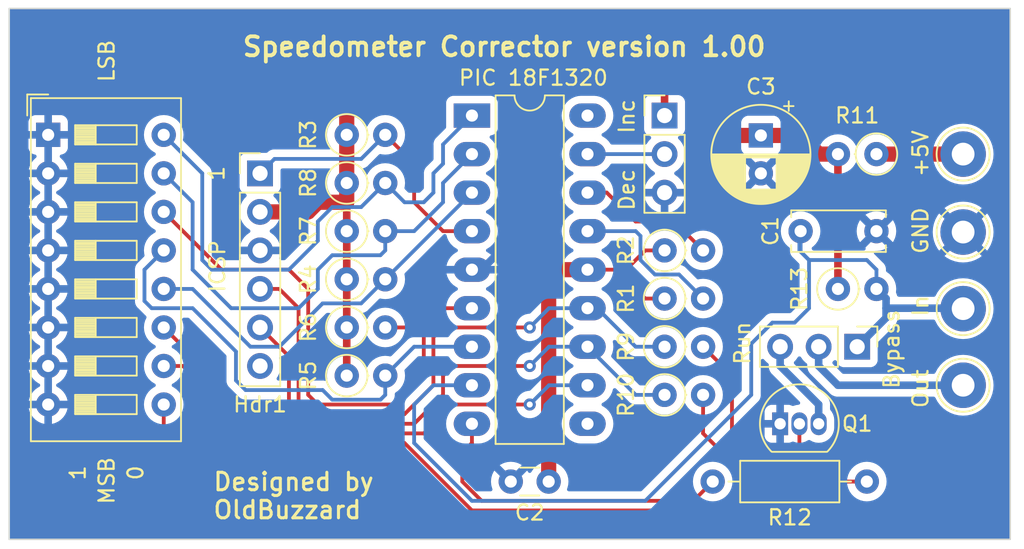
<source format=kicad_pcb>
(kicad_pcb (version 20221018) (generator pcbnew)
  (title_block (title "Speedometer Corrector") (date "2025-07-31") (rev "1.00") (comment 1 "Copyright 2025 Dale A. Keller (OldBuzzard), Licensed under CERN-OHL-S version 2.") (comment 2 "Digital speedometer corrector, originally for Jeep Wrangler TJ (1997-2006)."))
  (layers (0 "F.Cu" signal) (31 "B.Cu" signal) (34 "B.Paste" user) (35 "F.Paste" user) (36 "B.SilkS" user "B.Silkscreen") (37 "F.SilkS" user "F.Silkscreen") (38 "B.Mask" user) (39 "F.Mask" user) (44 "Edge.Cuts" user))
  (net 0 "")
  (net 1 "Net-(Hdr2-Pin_1)")
  (net 2 "GND")
  (net 3 "+5V")
  (net 4 "Net-(Hdr1-Pin_1)")
  (net 5 "Net-(Hdr1-Pin_4)")
  (net 6 "Net-(Hdr1-Pin_5)")
  (net 8 "Net-(Hdr2-Pin_2)")
  (net 9 "Net-(Hdr2-Pin_3)")
  (net 10 "Net-(Hdr3-Pin_2)")
  (net 11 "Net-(Q1-B)")
  (net 12 "Net-(U1-OSC2{slash}RA6)")
  (net 13 "Net-(U1-OSC1{slash}RA7)")
  (net 14 "Net-(U1-RA4)")
  (net 15 "Net-(U1-RA3)")
  (net 16 "Net-(U1-RA2)")
  (net 17 "Net-(U1-RA1)")
  (net 18 "Net-(U1-RA0)")
  (net 19 "Net-(R9-Pad2)")
  (net 20 "Net-(R10-Pad2)")
  (net 21 "Net-(R11-Pad1)")
  (net 22 "Net-(U1-RB1)")
  (net 23 "Net-(U1-RB5)")
  (footprint "Resistor_THT:R_Axial_DIN0207_L6.3mm_D2.5mm_P2.54mm_Vertical" (layer "F.Cu") (at 93.345 98.425)
    (fp_text reference "R5" (at -2.54 0 90) (layer "F.SilkS"))
    (fp_text value "10K")
    (pad "1" thru_hole circle (at 0 0) (size 1.6 1.6) (drill 0.8) (layers "*.Cu" "*.Mask") (net 3 "+5V"))
    (pad "2" thru_hole oval (at 2.54 0) (size 1.6 1.6) (drill 0.8) (layers "*.Cu" "*.Mask") (net 15 "Net-(U1-RA3)"))
  )
  (footprint "Connector_PinHeader_2.54mm:PinHeader_1x03_P2.54mm_Vertical" (layer "F.Cu") (at 114.3 81.28)
    (fp_text reference "Hdr3" hide)
    (fp_text value "Jumper" hide)
    (pad "1" thru_hole rect (at 0 0) (size 1.7 1.7) (drill 1) (layers "*.Cu" "*.Mask") (net 3 "+5V"))
    (pad "2" thru_hole oval (at 0 2.54) (size 1.7 1.7) (drill 1) (layers "*.Cu" "*.Mask") (net 10 "Net-(Hdr3-Pin_2)"))
    (pad "3" thru_hole oval (at 0 5.08) (size 1.7 1.7) (drill 1) (layers "*.Cu" "*.Mask") (net 2 "GND"))
  )
  (footprint "Capacitor_THT:CP_Radial_D6.3mm_P2.50mm" (layer "F.Cu") (at 120.65 82.59 -90)
    (fp_text reference "C3" (at -3.215 0 -180) (layer "F.SilkS"))
    (fp_text value "22uF")
    (pad "1" thru_hole rect (at 0 0 270) (size 1.6 1.6) (drill 0.8) (layers "*.Cu" "*.Mask") (net 3 "+5V"))
    (pad "2" thru_hole circle (at 2.5 0 270) (size 1.6 1.6) (drill 0.8) (layers "*.Cu" "*.Mask") (net 2 "GND"))
  )
  (footprint "Connector_PinHeader_2.54mm:PinHeader_1x06_P2.54mm_Vertical" (layer "F.Cu") (at 87.63 85.09)
    (fp_text reference "Hdr1" (at 0 15.24 180) (layer "F.SilkS"))
    (fp_text value "ICSP" hide)
    (pad "1" thru_hole rect (at 0 0) (size 1.7 1.7) (drill 1) (layers "*.Cu" "*.Mask") (net 4 "Net-(Hdr1-Pin_1)"))
    (pad "2" thru_hole oval (at 0 2.54) (size 1.7 1.7) (drill 1) (layers "*.Cu" "*.Mask") (net 3 "+5V"))
    (pad "3" thru_hole oval (at 0 5.08) (size 1.7 1.7) (drill 1) (layers "*.Cu" "*.Mask") (net 2 "GND"))
    (pad "4" thru_hole oval (at 0 7.62) (size 1.7 1.7) (drill 1) (layers "*.Cu" "*.Mask") (net 5 "Net-(Hdr1-Pin_4)"))
    (pad "5" thru_hole oval (at 0 10.16) (size 1.7 1.7) (drill 1) (layers "*.Cu" "*.Mask") (net 6 "Net-(Hdr1-Pin_5)"))
    (pad "6" thru_hole oval (at 0 12.7) (size 1.7 1.7) (drill 1) (layers "*.Cu" "*.Mask"))
  )
  (footprint "Capacitor_THT:C_Disc_D6.0mm_W2.5mm_P5.00mm" (layer "F.Cu") (at 123.27 88.9)
    (fp_text reference "C1" (at -1.985 0 90) (layer "F.SilkS"))
    (fp_text value "0.01uF")
    (pad "1" thru_hole circle (at 0 0) (size 1.6 1.6) (drill 0.8) (layers "*.Cu" "*.Mask") (net 1 "Net-(Hdr2-Pin_1)"))
    (pad "2" thru_hole circle (at 5 0) (size 1.6 1.6) (drill 0.8) (layers "*.Cu" "*.Mask") (net 2 "GND"))
  )
  (footprint "Resistor_THT:R_Axial_DIN0207_L6.3mm_D2.5mm_P2.54mm_Vertical" (layer "F.Cu") (at 114.3 93.345)
    (fp_text reference "R1" (at -2.54 0 90) (layer "F.SilkS"))
    (fp_text value "10K")
    (pad "1" thru_hole circle (at 0 0) (size 1.6 1.6) (drill 0.8) (layers "*.Cu" "*.Mask") (net 3 "+5V"))
    (pad "2" thru_hole oval (at 2.54 0) (size 1.6 1.6) (drill 0.8) (layers "*.Cu" "*.Mask") (net 12 "Net-(U1-OSC2{slash}RA6)"))
  )
  (footprint "TestPoint:TestPoint_THTPad_D3.0mm_Drill1.5mm" (layer "F.Cu") (at 133.985 88.96)
    (fp_text reference "TP2" hide)
    (fp_text value "Sensor ground" hide)
    (pad "1" thru_hole circle (at 0 0) (size 3 3) (drill 1.5) (layers "*.Cu" "*.Mask") (net 2 "GND"))
  )
  (footprint "Capacitor_THT:C_Disc_D3.0mm_W1.6mm_P2.50mm" (layer "F.Cu") (at 106.66 105.41 180)
    (fp_text reference "C2" (at 1.25 -2.05 180) (layer "F.SilkS"))
    (fp_text value "0.1uF")
    (pad "1" thru_hole circle (at 0 0 180) (size 1.6 1.6) (drill 0.8) (layers "*.Cu" "*.Mask") (net 3 "+5V"))
    (pad "2" thru_hole circle (at 2.5 0 180) (size 1.6 1.6) (drill 0.8) (layers "*.Cu" "*.Mask") (net 2 "GND"))
  )
  (footprint "Resistor_THT:R_Axial_DIN0207_L6.3mm_D2.5mm_P2.54mm_Vertical" (layer "F.Cu") (at 93.345 82.55)
    (fp_text reference "R3" (at -2.54 0 90) (layer "F.SilkS"))
    (fp_text value "10K")
    (pad "1" thru_hole circle (at 0 0) (size 1.6 1.6) (drill 0.8) (layers "*.Cu" "*.Mask") (net 3 "+5V"))
    (pad "2" thru_hole oval (at 2.54 0) (size 1.6 1.6) (drill 0.8) (layers "*.Cu" "*.Mask") (net 4 "Net-(Hdr1-Pin_1)"))
  )
  (footprint "Button_Switch_THT:SW_DIP_SPSTx08_Slide_9.78x22.5mm_W7.62mm_P2.54mm" (layer "F.Cu") (at 73.66 82.55)
    (fp_text reference "SW1" hide)
    (fp_text value "SW_DIP_x08" hide)
    (pad "1" thru_hole rect (at 0 0) (size 1.6 1.6) (drill 0.8) (layers "*.Cu" "*.Mask") (net 2 "GND"))
    (pad "2" thru_hole oval (at 0 2.54) (size 1.6 1.6) (drill 0.8) (layers "*.Cu" "*.Mask") (net 2 "GND"))
    (pad "3" thru_hole oval (at 0 5.08) (size 1.6 1.6) (drill 0.8) (layers "*.Cu" "*.Mask") (net 2 "GND"))
    (pad "4" thru_hole oval (at 0 7.62) (size 1.6 1.6) (drill 0.8) (layers "*.Cu" "*.Mask") (net 2 "GND"))
    (pad "5" thru_hole oval (at 0 10.16) (size 1.6 1.6) (drill 0.8) (layers "*.Cu" "*.Mask") (net 2 "GND"))
    (pad "6" thru_hole oval (at 0 12.7) (size 1.6 1.6) (drill 0.8) (layers "*.Cu" "*.Mask") (net 2 "GND"))
    (pad "7" thru_hole oval (at 0 15.24) (size 1.6 1.6) (drill 0.8) (layers "*.Cu" "*.Mask") (net 2 "GND"))
    (pad "8" thru_hole oval (at 0 17.78) (size 1.6 1.6) (drill 0.8) (layers "*.Cu" "*.Mask") (net 2 "GND"))
    (pad "9" thru_hole oval (at 7.62 17.78) (size 1.6 1.6) (drill 0.8) (layers "*.Cu" "*.Mask") (net 19 "Net-(R9-Pad2)"))
    (pad "10" thru_hole oval (at 7.62 15.24) (size 1.6 1.6) (drill 0.8) (layers "*.Cu" "*.Mask") (net 20 "Net-(R10-Pad2)"))
    (pad "11" thru_hole oval (at 7.62 12.7) (size 1.6 1.6) (drill 0.8) (layers "*.Cu" "*.Mask") (net 23 "Net-(U1-RB5)"))
    (pad "12" thru_hole oval (at 7.62 10.16) (size 1.6 1.6) (drill 0.8) (layers "*.Cu" "*.Mask") (net 14 "Net-(U1-RA4)"))
    (pad "13" thru_hole oval (at 7.62 7.62) (size 1.6 1.6) (drill 0.8) (layers "*.Cu" "*.Mask") (net 15 "Net-(U1-RA3)"))
    (pad "14" thru_hole oval (at 7.62 5.08) (size 1.6 1.6) (drill 0.8) (layers "*.Cu" "*.Mask") (net 16 "Net-(U1-RA2)"))
    (pad "15" thru_hole oval (at 7.62 2.54) (size 1.6 1.6) (drill 0.8) (layers "*.Cu" "*.Mask") (net 17 "Net-(U1-RA1)"))
    (pad "16" thru_hole oval (at 7.62 0) (size 1.6 1.6) (drill 0.8) (layers "*.Cu" "*.Mask") (net 18 "Net-(U1-RA0)"))
  )
  (footprint "Resistor_THT:R_Axial_DIN0207_L6.3mm_D2.5mm_P2.54mm_Vertical" (layer "F.Cu") (at 114.3 96.52)
    (fp_text reference "R9" (at -2.54 0 90) (layer "F.SilkS"))
    (fp_text value "1K")
    (pad "1" thru_hole circle (at 0 0) (size 1.6 1.6) (drill 0.8) (layers "*.Cu" "*.Mask") (net 5 "Net-(Hdr1-Pin_4)"))
    (pad "2" thru_hole oval (at 2.54 0) (size 1.6 1.6) (drill 0.8) (layers "*.Cu" "*.Mask") (net 19 "Net-(R9-Pad2)"))
  )
  (footprint "Resistor_THT:R_Axial_DIN0207_L6.3mm_D2.5mm_P2.54mm_Vertical" (layer "F.Cu") (at 125.73 92.71)
    (fp_text reference "R13" (at -2.54 0 90) (layer "F.SilkS"))
    (fp_text value "1K")
    (pad "1" thru_hole circle (at 0 0) (size 1.6 1.6) (drill 0.8) (layers "*.Cu" "*.Mask") (net 3 "+5V"))
    (pad "2" thru_hole oval (at 2.54 0) (size 1.6 1.6) (drill 0.8) (layers "*.Cu" "*.Mask") (net 1 "Net-(Hdr2-Pin_1)"))
  )
  (footprint "Resistor_THT:R_Axial_DIN0207_L6.3mm_D2.5mm_P2.54mm_Vertical" (layer "F.Cu") (at 93.345 92.075)
    (fp_text reference "R4" (at -2.54 0 90) (layer "F.SilkS"))
    (fp_text value "10K")
    (pad "1" thru_hole circle (at 0 0) (size 1.6 1.6) (drill 0.8) (layers "*.Cu" "*.Mask") (net 3 "+5V"))
    (pad "2" thru_hole oval (at 2.54 0) (size 1.6 1.6) (drill 0.8) (layers "*.Cu" "*.Mask") (net 14 "Net-(U1-RA4)"))
  )
  (footprint "Resistor_THT:R_Axial_DIN0207_L6.3mm_D2.5mm_P2.54mm_Vertical" (layer "F.Cu") (at 93.345 95.25)
    (fp_text reference "R6" (at -2.54 0 90) (layer "F.SilkS"))
    (fp_text value "10K")
    (pad "1" thru_hole circle (at 0 0) (size 1.6 1.6) (drill 0.8) (layers "*.Cu" "*.Mask") (net 3 "+5V"))
    (pad "2" thru_hole oval (at 2.54 0) (size 1.6 1.6) (drill 0.8) (layers "*.Cu" "*.Mask") (net 16 "Net-(U1-RA2)"))
  )
  (footprint "Resistor_THT:R_Axial_DIN0207_L6.3mm_D2.5mm_P2.54mm_Vertical" (layer "F.Cu") (at 93.345 88.9)
    (fp_text reference "R7" (at -2.54 0 90) (layer "F.SilkS"))
    (fp_text value "10K")
    (pad "1" thru_hole circle (at 0 0) (size 1.6 1.6) (drill 0.8) (layers "*.Cu" "*.Mask") (net 3 "+5V"))
    (pad "2" thru_hole oval (at 2.54 0) (size 1.6 1.6) (drill 0.8) (layers "*.Cu" "*.Mask") (net 17 "Net-(U1-RA1)"))
  )
  (footprint "Resistor_THT:R_Axial_DIN0207_L6.3mm_D2.5mm_P2.54mm_Vertical" (layer "F.Cu") (at 114.3 99.695)
    (fp_text reference "R10" (at -2.54 0 90) (layer "F.SilkS"))
    (fp_text value "1K")
    (pad "1" thru_hole circle (at 0 0) (size 1.6 1.6) (drill 0.8) (layers "*.Cu" "*.Mask") (net 6 "Net-(Hdr1-Pin_5)"))
    (pad "2" thru_hole oval (at 2.54 0) (size 1.6 1.6) (drill 0.8) (layers "*.Cu" "*.Mask") (net 20 "Net-(R10-Pad2)"))
  )
  (footprint "Resistor_THT:R_Axial_DIN0207_L6.3mm_D2.5mm_P2.54mm_Vertical" (layer "F.Cu") (at 128.27 83.82 180)
    (fp_text reference "R11" (at 1.27 2.54) (layer "F.SilkS"))
    (fp_text value "10")
    (pad "1" thru_hole circle (at 0 0 180) (size 1.6 1.6) (drill 0.8) (layers "*.Cu" "*.Mask") (net 21 "Net-(R11-Pad1)"))
    (pad "2" thru_hole oval (at 2.54 0 180) (size 1.6 1.6) (drill 0.8) (layers "*.Cu" "*.Mask") (net 3 "+5V"))
  )
  (footprint "TestPoint:TestPoint_THTPad_D3.0mm_Drill1.5mm" (layer "F.Cu") (at 133.985 99.06)
    (fp_text reference "TP4" hide)
    (fp_text value "To PCM" hide)
    (pad "1" thru_hole circle (at 0 0) (size 3 3) (drill 1.5) (layers "*.Cu" "*.Mask") (net 8 "Net-(Hdr2-Pin_2)"))
  )
  (footprint "Resistor_THT:R_Axial_DIN0207_L6.3mm_D2.5mm_P2.54mm_Vertical" (layer "F.Cu") (at 114.3 90.17)
    (fp_text reference "R2" (at -2.54 0 90) (layer "F.SilkS"))
    (fp_text value "10K")
    (pad "1" thru_hole circle (at 0 0) (size 1.6 1.6) (drill 0.8) (layers "*.Cu" "*.Mask") (net 3 "+5V"))
    (pad "2" thru_hole oval (at 2.54 0) (size 1.6 1.6) (drill 0.8) (layers "*.Cu" "*.Mask") (net 13 "Net-(U1-OSC1{slash}RA7)"))
  )
  (footprint "TestPoint:TestPoint_THTPad_D3.0mm_Drill1.5mm" (layer "F.Cu") (at 133.985 94.01)
    (fp_text reference "TP3" hide)
    (fp_text value "From Vehicle Speed Sensor" hide)
    (pad "1" thru_hole circle (at 0 0) (size 3 3) (drill 1.5) (layers "*.Cu" "*.Mask") (net 1 "Net-(Hdr2-Pin_1)"))
  )
  (footprint "Package_DIP:DIP-18_W7.62mm_LongPads" (layer "F.Cu") (at 101.6 81.28)
    (fp_text reference "U1" hide)
    (fp_text value "~" hide)
    (pad "1" thru_hole rect (at 0 0) (size 2.4 1.6) (drill 0.8) (layers "*.Cu" "*.Mask") (net 18 "Net-(U1-RA0)"))
    (pad "2" thru_hole oval (at 0 2.54) (size 2.4 1.6) (drill 0.8) (layers "*.Cu" "*.Mask") (net 17 "Net-(U1-RA1)"))
    (pad "3" thru_hole oval (at 0 5.08) (size 2.4 1.6) (drill 0.8) (layers "*.Cu" "*.Mask") (net 14 "Net-(U1-RA4)"))
    (pad "4" thru_hole oval (at 0 7.62) (size 2.4 1.6) (drill 0.8) (layers "*.Cu" "*.Mask") (net 4 "Net-(Hdr1-Pin_1)"))
    (pad "5" thru_hole oval (at 0 10.16) (size 2.4 1.6) (drill 0.8) (layers "*.Cu" "*.Mask") (net 2 "GND"))
    (pad "6" thru_hole oval (at 0 12.7) (size 2.4 1.6) (drill 0.8) (layers "*.Cu" "*.Mask") (net 16 "Net-(U1-RA2)"))
    (pad "7" thru_hole oval (at 0 15.24) (size 2.4 1.6) (drill 0.8) (layers "*.Cu" "*.Mask") (net 15 "Net-(U1-RA3)"))
    (pad "8" thru_hole oval (at 0 17.78) (size 2.4 1.6) (drill 0.8) (layers "*.Cu" "*.Mask") (net 1 "Net-(Hdr2-Pin_1)"))
    (pad "9" thru_hole oval (at 0 20.32) (size 2.4 1.6) (drill 0.8) (layers "*.Cu" "*.Mask") (net 22 "Net-(U1-RB1)"))
    (pad "10" thru_hole oval (at 7.62 20.32) (size 2.4 1.6) (drill 0.8) (layers "*.Cu" "*.Mask"))
    (pad "11" thru_hole oval (at 7.62 17.78) (size 2.4 1.6) (drill 0.8) (layers "*.Cu" "*.Mask") (net 23 "Net-(U1-RB5)"))
    (pad "12" thru_hole oval (at 7.62 15.24) (size 2.4 1.6) (drill 0.8) (layers "*.Cu" "*.Mask") (net 6 "Net-(Hdr1-Pin_5)"))
    (pad "13" thru_hole oval (at 7.62 12.7) (size 2.4 1.6) (drill 0.8) (layers "*.Cu" "*.Mask") (net 5 "Net-(Hdr1-Pin_4)"))
    (pad "14" thru_hole oval (at 7.62 10.16) (size 2.4 1.6) (drill 0.8) (layers "*.Cu" "*.Mask") (net 3 "+5V"))
    (pad "15" thru_hole oval (at 7.62 7.62) (size 2.4 1.6) (drill 0.8) (layers "*.Cu" "*.Mask") (net 12 "Net-(U1-OSC2{slash}RA6)"))
    (pad "16" thru_hole oval (at 7.62 5.08) (size 2.4 1.6) (drill 0.8) (layers "*.Cu" "*.Mask") (net 13 "Net-(U1-OSC1{slash}RA7)"))
    (pad "17" thru_hole oval (at 7.62 2.54) (size 2.4 1.6) (drill 0.8) (layers "*.Cu" "*.Mask") (net 10 "Net-(Hdr3-Pin_2)"))
    (pad "18" thru_hole oval (at 7.62 0) (size 2.4 1.6) (drill 0.8) (layers "*.Cu" "*.Mask"))
  )
  (footprint "Resistor_THT:R_Axial_DIN0207_L6.3mm_D2.5mm_P2.54mm_Vertical" (layer "F.Cu") (at 93.345 85.725)
    (fp_text reference "R8" (at -2.54 0 90) (layer "F.SilkS"))
    (fp_text value "10K")
    (pad "1" thru_hole circle (at 0 0) (size 1.6 1.6) (drill 0.8) (layers "*.Cu" "*.Mask") (net 3 "+5V"))
    (pad "2" thru_hole oval (at 2.54 0) (size 1.6 1.6) (drill 0.8) (layers "*.Cu" "*.Mask") (net 18 "Net-(U1-RA0)"))
  )
  (footprint "TestPoint:TestPoint_THTPad_D3.0mm_Drill1.5mm" (layer "F.Cu") (at 133.985 83.82)
    (fp_text reference "TP1" hide)
    (fp_text value "+5V from vehicle" hide)
    (pad "1" thru_hole circle (at 0 0) (size 3 3) (drill 1.5) (layers "*.Cu" "*.Mask") (net 21 "Net-(R11-Pad1)"))
  )
  (footprint "Resistor_THT:R_Axial_DIN0207_L6.3mm_D2.5mm_P10.16mm_Horizontal" (layer "F.Cu") (at 127.635 105.41 180)
    (fp_text reference "R12" (at 5.08 -2.37 180) (layer "F.SilkS"))
    (fp_text value "4.7K")
    (pad "1" thru_hole circle (at 0 0 180) (size 1.6 1.6) (drill 0.8) (layers "*.Cu" "*.Mask") (net 11 "Net-(Q1-B)"))
    (pad "2" thru_hole oval (at 10.16 0 180) (size 1.6 1.6) (drill 0.8) (layers "*.Cu" "*.Mask") (net 22 "Net-(U1-RB1)"))
  )
  (footprint "Package_TO_SOT_THT:TO-92_Inline" (layer "F.Cu") (at 121.92 101.6)
    (fp_text reference "Q1" (at 5.08 0) (layer "F.SilkS"))
    (fp_text value "PN2222A")
    (pad "1" thru_hole rect (at 0 0) (size 1.05 1.5) (drill 0.75) (layers "*.Cu" "*.Mask") (net 2 "GND"))
    (pad "2" thru_hole oval (at 1.27 0) (size 1.05 1.5) (drill 0.75) (layers "*.Cu" "*.Mask") (net 11 "Net-(Q1-B)"))
    (pad "3" thru_hole oval (at 2.54 0) (size 1.05 1.5) (drill 0.75) (layers "*.Cu" "*.Mask") (net 9 "Net-(Hdr2-Pin_3)"))
  )
  (footprint "Connector_PinHeader_2.54mm:PinHeader_1x03_P2.54mm_Vertical" (layer "F.Cu") (at 127 96.52 -90)
    (fp_text reference "Hdr2" hide)
    (fp_text value "Jumper" hide)
    (pad "1" thru_hole rect (at 0 0 270) (size 1.7 1.7) (drill 1) (layers "*.Cu" "*.Mask") (net 1 "Net-(Hdr2-Pin_1)"))
    (pad "2" thru_hole oval (at 0 2.54 270) (size 1.7 1.7) (drill 1) (layers "*.Cu" "*.Mask") (net 8 "Net-(Hdr2-Pin_2)"))
    (pad "3" thru_hole oval (at 0 5.08 270) (size 1.7 1.7) (drill 1) (layers "*.Cu" "*.Mask") (net 9 "Net-(Hdr2-Pin_3)"))
  )
  (gr_rect (start 71.09 74.22) (end 137.09 109.22) (stroke (width 0.1)) (fill none) (layer "Edge.Cuts"))
  (gr_text "Run" (at 120.015 97.79 90) (layer "F.SilkS") (effects (font (size 1 1)) (justify left bottom)))
  (gr_text "0" (at 80.01 105.41 90) (layer "F.SilkS") (effects (font (size 1 1)) (justify left bottom)))
  (gr_text "Bypass" (at 129.8575 99.3775 90) (layer "F.SilkS") (effects (font (size 1 1)) (justify left bottom)))
  (gr_text "Out" (at 131.7625 100.6475 90) (layer "F.SilkS") (effects (font (size 1 1)) (justify left bottom)))
  (gr_text "Speedometer Corrector version 1.00" (at 86.36 77.47) (layer "F.SilkS") (effects (font (size 1.25 1.25) (thickness 0.25) bold) (justify left bottom)))
  (gr_text "1" (at 84.7725 85.09 90) (layer "F.SilkS") (effects (font (size 1 1))))
  (gr_text "LSB" (at 78.105 76.2 90) (layer "F.SilkS") (effects (font (size 1 1)) (justify right bottom)))
  (gr_text "Dec" (at 112.395 87.63 90) (layer "F.SilkS") (effects (font (size 1 1)) (justify left bottom)))
  (gr_text "PIC 18F1320" (at 100.6475 79.375) (layer "F.SilkS") (effects (font (size 1 1)) (justify left bottom)))
  (gr_text "GND" (at 131.7625 90.4875 90) (layer "F.SilkS") (effects (font (size 1 1)) (justify left bottom)))
  (gr_text "In" (at 131.7625 94.615 90) (layer "F.SilkS") (effects (font (size 1 1)) (justify left bottom)))
  (gr_text "Inc" (at 112.395 82.55 90) (layer "F.SilkS") (effects (font (size 1 1)) (justify left bottom)))
  (gr_text "Designed by\nOldBuzzard" (at 84.455 107.95) (layer "F.SilkS") (effects (font (size 1.15 1.15) (thickness 0.2)) (justify left bottom)))
  (gr_text "1" (at 76.2 105.41 90) (layer "F.SilkS") (effects (font (size 1 1)) (justify left bottom)))
  (gr_text "ICSP" (at 85.4075 93.0275 90) (layer "F.SilkS") (effects (font (size 1 1)) (justify left bottom)))
  (gr_text "+5V" (at 131.7625 85.4075 90) (layer "F.SilkS") (effects (font (size 1 1)) (justify left bottom)))
  (gr_text "MSB" (at 78.105 106.9975 90) (layer "F.SilkS") (effects (font (size 1 1)) (justify left bottom)))
  (segment (start 123.825 93.98) (end 122.8725 94.9325) (width 0.25) (layer "B.Cu") (net 1))
  (segment (start 97.79 102.87) (end 97.79 100.33) (width 0.25) (layer "B.Cu") (net 1))
  (segment (start 123.825 90.805) (end 123.27 90.25) (width 0.25) (layer "B.Cu") (net 1))
  (segment (start 122.8725 94.9325) (end 121.40665 94.9325) (width 0.25) (layer "B.Cu") (net 1))
  (segment (start 128.905 93.98) (end 133.955 93.98) (width 0.5) (layer "B.Cu") (net 1))
  (segment (start 133.955 93.98) (end 133.985 94.01) (width 0.5) (layer "B.Cu") (net 1))
  (segment (start 128.905 93.345) (end 128.27 92.71) (width 0.5) (layer "B.Cu") (net 1))
  (segment (start 97.79 100.33) (end 99.06 99.06) (width 0.25) (layer "B.Cu") (net 1))
  (segment (start 101.6 106.68) (end 97.79 102.87) (width 0.25) (layer "B.Cu") (net 1))
  (segment (start 121.40665 94.9325) (end 120.015 96.32415) (width 0.25) (layer "B.Cu") (net 1))
  (segment (start 123.27 88.9) (end 123.19 88.98) (width 0.25) (layer "B.Cu") (net 1))
  (segment (start 123.825 90.805) (end 123.825 93.98) (width 0.25) (layer "B.Cu") (net 1))
  (segment (start 128.27 91.44) (end 127.635 90.805) (width 0.25) (layer "B.Cu") (net 1))
  (segment (start 128.27 92.71) (end 128.27 91.44) (width 0.25) (layer "B.Cu") (net 1))
  (segment (start 128.905 93.98) (end 128.905 93.345) (width 0.5) (layer "B.Cu") (net 1))
  (segment (start 127 96.52) (end 128.905 94.615) (width 0.5) (layer "B.Cu") (net 1))
  (segment (start 127.635 90.805) (end 123.825 90.805) (width 0.25) (layer "B.Cu") (net 1))
  (segment (start 123.19 90.17) (end 123.825 90.805) (width 0.25) (layer "B.Cu") (net 1))
  (segment (start 123.19 88.98) (end 123.19 90.17) (width 0.25) (layer "B.Cu") (net 1))
  (segment (start 120.015 96.32415) (end 120.015 99.695) (width 0.25) (layer "B.Cu") (net 1))
  (segment (start 120.015 99.695) (end 113.03 106.68) (width 0.25) (layer "B.Cu") (net 1))
  (segment (start 123.27 90.25) (end 123.27 88.9) (width 0.25) (layer "B.Cu") (net 1))
  (segment (start 128.905 94.615) (end 128.905 93.98) (width 0.5) (layer "B.Cu") (net 1))
  (segment (start 113.03 106.68) (end 101.6 106.68) (width 0.25) (layer "B.Cu") (net 1))
  (segment (start 99.06 99.06) (end 101.6 99.06) (width 0.25) (layer "B.Cu") (net 1))
  (segment (start 133.985 88.96) (end 136.525 91.5) (width 0.25) (layer "B.Cu") (net 2))
  (segment (start 73.66 78.74) (end 73.66 100.33) (width 0.25) (layer "B.Cu") (net 2))
  (segment (start 135.89 103.505) (end 136.525 102.87) (width 0.25) (layer "B.Cu") (net 2))
  (segment (start 104.14 77.47) (end 104.14 89.535) (width 0.25) (layer "B.Cu") (net 2))
  (segment (start 119.38 86.36) (end 120.65 85.09) (width 0.25) (layer "B.Cu") (net 2))
  (segment (start 85.09 77.47) (end 74.93 77.47) (width 0.25) (layer "B.Cu") (net 2))
  (segment (start 114.3 86.36) (end 119.38 86.36) (width 0.25) (layer "B.Cu") (net 2))
  (segment (start 104.14 91.44) (end 101.6 91.44) (width 0.25) (layer "B.Cu") (net 2))
  (segment (start 128.33 88.96) (end 128.27 88.9) (width 0.25) (layer "B.Cu") (net 2))
  (segment (start 104.14 102.87) (end 104.16 102.87) (width 0.25) (layer "B.Cu") (net 2))
  (segment (start 104.16 91.46) (end 104.16 102.87) (width 0.25) (layer "B.Cu") (net 2))
  (segment (start 131.385 86.36) (end 130.81 86.36) (width 0.25) (layer "B.Cu") (net 2))
  (segment (start 85.09 77.47) (end 104.14 77.47) (width 0.25) (layer "B.Cu") (net 2))
  (segment (start 102.235 91.44) (end 104.14 89.535) (width 0.5) (layer "B.Cu") (net 2))
  (segment (start 120.65 85.09) (end 121.92 86.36) (width 0.25) (layer "B.Cu") (net 2))
  (segment (start 121.92 86.36) (end 130.81 86.36) (width 0.25) (layer "B.Cu") (net 2))
  (segment (start 136.525 91.5) (end 136.525 102.87) (width 0.25) (layer "B.Cu") (net 2))
  (segment (start 74.93 77.47) (end 73.66 78.74) (width 0.25) (layer "B.Cu") (net 2))
  (segment (start 133.985 88.96) (end 131.385 86.36) (width 0.25) (layer "B.Cu") (net 2))
  (segment (start 122.555 103.505) (end 121.92 102.87) (width 0.25) (layer "B.Cu") (net 2))
  (segment (start 130.81 80.01) (end 128.27 77.47) (width 0.25) (layer "B.Cu") (net 2))
  (segment (start 133.925 88.9) (end 133.985 88.96) (width 1) (layer "B.Cu") (net 2))
  (segment (start 104.14 89.535) (end 104.14 91.44) (width 0.25) (layer "B.Cu") (net 2))
  (segment (start 104.16 105.41) (end 102.89 104.14) (width 0.25) (layer "B.Cu") (net 2))
  (segment (start 130.81 86.36) (end 130.81 80.01) (width 0.25) (layer "B.Cu") (net 2))
  (segment (start 85.09 90.17) (end 85.09 77.47) (width 0.25) (layer "B.Cu") (net 2))
  (segment (start 102.87 104.14) (end 104.14 102.87) (width 0.25) (layer "B.Cu") (net 2))
  (segment (start 128.27 88.9) (end 130.175 86.995) (width 0.25) (layer "B.Cu") (net 2))
  (segment (start 128.27 77.47) (end 104.14 77.47) (width 0.25) (layer "B.Cu") (net 2))
  (segment (start 101.6 91.44) (end 102.235 91.44) (width 0.25) (layer "B.Cu") (net 2))
  (segment (start 130.175 86.995) (end 130.175 86.36) (width 0.25) (layer "B.Cu") (net 2))
  (segment (start 135.89 103.505) (end 122.555 103.505) (width 0.25) (layer "B.Cu") (net 2))
  (segment (start 102.89 104.14) (end 102.87 104.14) (width 0.25) (layer "B.Cu") (net 2))
  (segment (start 121.92 102.87) (end 121.92 101.6) (width 0.25) (layer "B.Cu") (net 2))
  (segment (start 87.63 90.17) (end 85.09 90.17) (width 0.25) (layer "B.Cu") (net 2))
  (segment (start 104.14 91.44) (end 104.16 91.46) (width 1) (layer "B.Cu") (net 2))
  (segment (start 114.3 81.28) (end 114.3 78.74) (width 0.5) (layer "F.Cu") (net 3))
  (segment (start 118.11 82.55) (end 118.11 80.01) (width 1) (layer "F.Cu") (net 3))
  (segment (start 118.11 80.01) (end 116.84 78.74) (width 1) (layer "F.Cu") (net 3))
  (segment (start 125.73 92.71) (end 125.73 83.82) (width 0.5) (layer "F.Cu") (net 3))
  (segment (start 111.76 91.44) (end 109.22 91.44) (width 0.25) (layer "F.Cu") (net 3))
  (segment (start 118.15 82.59) (end 118.11 82.55) (width 1) (layer "F.Cu") (net 3))
  (segment (start 114.3 90.17) (end 113.03 90.17) (width 0.25) (layer "F.Cu") (net 3))
  (segment (start 93.345 80.645) (end 93.345 86.995) (width 1) (layer "F.Cu") (net 3))
  (segment (start 125.73 83.82) (end 124.46 83.82) (width 1) (layer "F.Cu") (net 3))
  (segment (start 106.68 78.74) (end 95.25 78.74) (width 1) (layer "F.Cu") (net 3))
  (segment (start 124.46 83.82) (end 123.19 82.55) (width 1) (layer "F.Cu") (net 3))
  (segment (start 95.25 78.74) (end 93.345 80.645) (width 1) (layer "F.Cu") (net 3))
  (segment (start 123.19 82.55) (end 123.15 82.59) (width 0.25) (layer "F.Cu") (net 3))
  (segment (start 114.3 78.74) (end 106.68 78.74) (width 1) (layer "F.Cu") (net 3))
  (segment (start 123.15 82.59) (end 120.65 82.59) (width 1) (layer "F.Cu") (net 3))
  (segment (start 106.66 91.46) (end 106.66 105.41) (width 1) (layer "F.Cu") (net 3))
  (segment (start 91.44 86.995) (end 90.805 87.63) (width 1) (layer "F.Cu") (net 3))
  (segment (start 116.84 78.74) (end 114.3 78.74) (width 1) (layer "F.Cu") (net 3))
  (segment (start 113.03 90.17) (end 111.76 91.44) (width 0.25) (layer "F.Cu") (net 3))
  (segment (start 114.3 93.345) (end 113.03 93.345) (width 0.25) (layer "F.Cu") (net 3))
  (segment (start 93.345 86.995) (end 91.44 86.995) (width 1) (layer "F.Cu") (net 3))
  (segment (start 111.76 92.075) (end 111.76 91.44) (width 0.25) (layer "F.Cu") (net 3))
  (segment (start 113.03 93.345) (end 111.76 92.075) (width 0.25) (layer "F.Cu") (net 3))
  (segment (start 106.68 91.44) (end 106.66 91.46) (width 1) (layer "F.Cu") (net 3))
  (segment (start 90.805 87.63) (end 87.63 87.63) (width 1) (layer "F.Cu") (net 3))
  (segment (start 93.345 86.995) (end 93.345 98.425) (width 0.5) (layer "F.Cu") (net 3))
  (segment (start 120.65 82.59) (end 118.15 82.59) (width 1) (layer "F.Cu") (net 3))
  (segment (start 106.68 78.74) (end 106.68 91.44) (width 1) (layer "F.Cu") (net 3))
  (segment (start 106.68 91.44) (end 109.22 91.44) (width 1) (layer "F.Cu") (net 3))
  (segment (start 97.79 84.455) (end 95.885 82.55) (width 0.25) (layer "F.Cu") (net 4))
  (segment (start 101.6 88.9) (end 99.695 88.9) (width 0.25) (layer "F.Cu") (net 4))
  (segment (start 97.79 86.995) (end 97.79 84.455) (width 0.25) (layer "F.Cu") (net 4))
  (segment (start 99.695 88.9) (end 97.79 86.995) (width 0.25) (layer "F.Cu") (net 4))
  (segment (start 94.2975 84.1375) (end 95.885 82.55) (width 0.25) (layer "B.Cu") (net 4))
  (segment (start 88.5825 84.1375) (end 94.2975 84.1375) (width 0.25) (layer "B.Cu") (net 4))
  (segment (start 87.63 85.09) (end 88.5825 84.1375) (width 0.25) (layer "B.Cu") (net 4))
  (segment (start 90.17 93.98) (end 88.9 92.71) (width 0.25) (layer "F.Cu") (net 5))
  (segment (start 90.17 100.33) (end 90.17 93.98) (width 0.25) (layer "F.Cu") (net 5))
  (segment (start 105.41 95.25) (end 99.695 95.25) (width 0.25) (layer "F.Cu") (net 5))
  (segment (start 99.695 95.25) (end 99.06 95.885) (width 0.25) (layer "F.Cu") (net 5))
  (segment (start 88.9 92.71) (end 87.63 92.71) (width 0.25) (layer "F.Cu") (net 5))
  (segment (start 99.06 95.885) (end 99.06 99.06) (width 0.25) (layer "F.Cu") (net 5))
  (segment (start 97.155 100.965) (end 90.805 100.965) (width 0.25) (layer "F.Cu") (net 5))
  (segment (start 90.805 100.965) (end 90.17 100.33) (width 0.25) (layer "F.Cu") (net 5))
  (segment (start 99.06 99.06) (end 97.155 100.965) (width 0.25) (layer "F.Cu") (net 5))
  (via (at 105.41 95.25) (size 0.8) (drill 0.4) (layers "F.Cu" "B.Cu") (net 5))
  (segment (start 106.68 93.98) (end 105.41 95.25) (width 0.25) (layer "B.Cu") (net 5))
  (segment (start 109.22 93.98) (end 106.68 93.98) (width 0.25) (layer "B.Cu") (net 5))
  (segment (start 109.22 93.98) (end 109.855 93.98) (width 0.25) (layer "B.Cu") (net 5))
  (segment (start 112.395 96.52) (end 114.3 96.52) (width 0.25) (layer "B.Cu") (net 5))
  (segment (start 109.855 93.98) (end 112.395 96.52) (width 0.25) (layer "B.Cu") (net 5))
  (segment (start 99.695 98.425) (end 99.695 99.695) (width 0.25) (layer "F.Cu") (net 6))
  (segment (start 97.79 101.6) (end 90.17 101.6) (width 0.25) (layer "F.Cu") (net 6))
  (segment (start 89.535 100.965) (end 89.535 97.155) (width 0.25) (layer "F.Cu") (net 6))
  (segment (start 90.17 101.6) (end 89.535 100.965) (width 0.25) (layer "F.Cu") (net 6))
  (segment (start 99.695 99.695) (end 97.79 101.6) (width 0.25) (layer "F.Cu") (net 6))
  (segment (start 105.41 97.79) (end 100.33 97.79) (width 0.25) (layer "F.Cu") (net 6))
  (segment (start 89.535 97.155) (end 87.63 95.25) (width 0.25) (layer "F.Cu") (net 6))
  (segment (start 100.33 97.79) (end 99.695 98.425) (width 0.25) (layer "F.Cu") (net 6))
  (via (at 105.41 97.79) (size 0.8) (drill 0.4) (layers "F.Cu" "B.Cu") (net 6))
  (segment (start 106.68 96.52) (end 105.41 97.79) (width 0.25) (layer "B.Cu") (net 6))
  (segment (start 112.395 99.695) (end 114.3 99.695) (width 0.25) (layer "B.Cu") (net 6))
  (segment (start 109.22 96.52) (end 106.68 96.52) (width 0.25) (layer "B.Cu") (net 6))
  (segment (start 109.22 96.52) (end 112.395 99.695) (width 0.25) (layer "B.Cu") (net 6))
  (segment (start 133.985 99.06) (end 125.73 99.06) (width 0.5) (layer "B.Cu") (net 8))
  (segment (start 125.73 99.06) (end 124.46 97.79) (width 0.5) (layer "B.Cu") (net 8))
  (segment (start 124.46 97.79) (end 124.46 96.52) (width 0.5) (layer "B.Cu") (net 8))
  (segment (start 124.46 101.6) (end 124.46 100.33) (width 0.5) (layer "B.Cu") (net 9))
  (segment (start 124.46 100.33) (end 121.92 97.79) (width 0.5) (layer "B.Cu") (net 9))
  (segment (start 121.92 97.79) (end 121.92 96.52) (width 0.5) (layer "B.Cu") (net 9))
  (segment (start 109.22 83.82) (end 114.3 83.82) (width 0.25) (layer "B.Cu") (net 10))
  (segment (start 123.825 105.41) (end 127.635 105.41) (width 0.25) (layer "F.Cu") (net 11))
  (segment (start 123.19 101.6) (end 123.19 104.775) (width 0.25) (layer "F.Cu") (net 11))
  (segment (start 123.19 104.775) (end 123.825 105.41) (width 0.25) (layer "F.Cu") (net 11))
  (segment (start 112.395 88.9) (end 109.22 88.9) (width 0.25) (layer "B.Cu") (net 12))
  (segment (start 112.7125 90.805) (end 112.7125 89.2175) (width 0.25) (layer "B.Cu") (net 12))
  (segment (start 113.665 91.7575) (end 112.7125 90.805) (width 0.25) (layer "B.Cu") (net 12))
  (segment (start 115.2525 91.7575) (end 113.665 91.7575) (width 0.25) (layer "B.Cu") (net 12))
  (segment (start 116.84 93.345) (end 115.2525 91.7575) (width 0.25) (layer "B.Cu") (net 12))
  (segment (start 112.7125 89.2175) (end 112.395 88.9) (width 0.25) (layer "B.Cu") (net 12))
  (segment (start 116.84 90.17) (end 114.935 88.265) (width 0.25) (layer "F.Cu") (net 13))
  (segment (start 112.395 88.265) (end 110.49 86.36) (width 0.25) (layer "F.Cu") (net 13))
  (segment (start 110.49 86.36) (end 109.22 86.36) (width 0.25) (layer "F.Cu") (net 13))
  (segment (start 114.935 88.265) (end 112.395 88.265) (width 0.25) (layer "F.Cu") (net 13))
  (segment (start 91.7575 93.6625) (end 94.2975 93.6625) (width 0.25) (layer "B.Cu") (net 14))
  (segment (start 88.9 96.52) (end 91.7575 93.6625) (width 0.25) (layer "B.Cu") (net 14))
  (segment (start 86.995 96.52) (end 88.9 96.52) (width 0.25) (layer "B.Cu") (net 14))
  (segment (start 83.185 92.71) (end 86.995 96.52) (width 0.25) (layer "B.Cu") (net 14))
  (segment (start 81.28 92.71) (end 83.185 92.71) (width 0.25) (layer "B.Cu") (net 14))
  (segment (start 95.885 92.075) (end 101.6 86.36) (width 0.25) (layer "B.Cu") (net 14))
  (segment (start 94.2975 93.6625) (end 95.885 92.075) (width 0.25) (layer "B.Cu") (net 14))
  (segment (start 86.0425 96.8375) (end 83.185 93.98) (width 0.25) (layer "B.Cu") (net 15))
  (segment (start 83.185 93.98) (end 80.484504 93.98) (width 0.25) (layer "B.Cu") (net 15))
  (segment (start 80.01 93.505496) (end 80.01 91.44) (width 0.25) (layer "B.Cu") (net 15))
  (segment (start 80.01 91.44) (end 81.28 90.17) (width 0.25) (layer "B.Cu") (net 15))
  (segment (start 95.885 98.425) (end 95.885 99.695) (width 0.25) (layer "B.Cu") (net 15))
  (segment (start 80.484504 93.98) (end 80.01 93.505496) (width 0.25) (layer "B.Cu") (net 15))
  (segment (start 91.7575 99.3775) (end 86.6775 99.3775) (width 0.25) (layer "B.Cu") (net 15))
  (segment (start 95.885 99.695) (end 95.5675 100.0125) (width 0.25) (layer "B.Cu") (net 15))
  (segment (start 86.0425 98.7425) (end 86.0425 96.8375) (width 0.25) (layer "B.Cu") (net 15))
  (segment (start 97.79 96.52) (end 101.6 96.52) (width 0.25) (layer "B.Cu") (net 15))
  (segment (start 95.5675 100.0125) (end 92.3925 100.0125) (width 0.25) (layer "B.Cu") (net 15))
  (segment (start 86.6775 99.3775) (end 86.0425 98.7425) (width 0.25) (layer "B.Cu") (net 15))
  (segment (start 92.3925 100.0125) (end 91.7575 99.3775) (width 0.25) (layer "B.Cu") (net 15))
  (segment (start 95.885 98.425) (end 97.79 96.52) (width 0.25) (layer "B.Cu") (net 15))
  (segment (start 91.44 100.33) (end 90.805 99.695) (width 0.25) (layer "F.Cu") (net 16))
  (segment (start 89.535 91.44) (end 85.09 91.44) (width 0.25) (layer "F.Cu") (net 16))
  (segment (start 90.805 99.695) (end 90.805 92.71) (width 0.25) (layer "F.Cu") (net 16))
  (segment (start 96.52 100.33) (end 91.44 100.33) (width 0.25) (layer "F.Cu") (net 16))
  (segment (start 85.09 91.44) (end 81.28 87.63) (width 0.25) (layer "F.Cu") (net 16))
  (segment (start 98.425 95.25) (end 98.425 98.425) (width 0.25) (layer "F.Cu") (net 16))
  (segment (start 99.695 93.98) (end 98.425 95.25) (width 0.25) (layer "F.Cu") (net 16))
  (segment (start 98.425 98.425) (end 96.52 100.33) (width 0.25) (layer "F.Cu") (net 16))
  (segment (start 98.425 95.25) (end 95.885 95.25) (width 0.25) (layer "F.Cu") (net 16))
  (segment (start 101.6 93.98) (end 99.695 93.98) (width 0.25) (layer "F.Cu") (net 16))
  (segment (start 90.805 92.71) (end 89.535 91.44) (width 0.25) (layer "F.Cu") (net 16))
  (segment (start 101.6 83.82) (end 99.695 85.725) (width 0.25) (layer "B.Cu") (net 17))
  (segment (start 92.3925 90.4875) (end 91.44 91.44) (width 0.25) (layer "B.Cu") (net 17))
  (segment (start 83.185 91.44) (end 83.185 86.995) (width 0.25) (layer "B.Cu") (net 17))
  (segment (start 83.185 86.995) (end 81.28 85.09) (width 0.25) (layer "B.Cu") (net 17))
  (segment (start 95.885 90.17) (end 95.5675 90.4875) (width 0.25) (layer "B.Cu") (net 17))
  (segment (start 95.885 88.9) (end 95.885 90.17) (width 0.25) (layer "B.Cu") (net 17))
  (segment (start 99.695 86.995) (end 97.79 88.9) (width 0.25) (layer "B.Cu") (net 17))
  (segment (start 99.695 85.725) (end 99.695 86.995) (width 0.25) (layer "B.Cu") (net 17))
  (segment (start 90.17 93.98) (end 85.725 93.98) (width 0.25) (layer "B.Cu") (net 17))
  (segment (start 85.725 93.98) (end 83.185 91.44) (width 0.25) (layer "B.Cu") (net 17))
  (segment (start 91.44 91.44) (end 91.44 92.71) (width 0.25) (layer "B.Cu") (net 17))
  (segment (start 97.79 88.9) (end 95.885 88.9) (width 0.25) (layer "B.Cu") (net 17))
  (segment (start 95.5675 90.4875) (end 92.3925 90.4875) (width 0.25) (layer "B.Cu") (net 17))
  (segment (start 91.44 92.71) (end 90.17 93.98) (width 0.25) (layer "B.Cu") (net 17))
  (segment (start 84.455 91.44) (end 83.82 90.805) (width 0.25) (layer "B.Cu") (net 18))
  (segment (start 99.695 83.185) (end 101.6 81.28) (width 0.25) (layer "B.Cu") (net 18))
  (segment (start 99.695 84.455) (end 99.695 83.185) (width 0.25) (layer "B.Cu") (net 18))
  (segment (start 83.82 90.805) (end 83.82 85.09) (width 0.25) (layer "B.Cu") (net 18))
  (segment (start 89.535 91.44) (end 84.455 91.44) (width 0.25) (layer "B.Cu") (net 18))
  (segment (start 94.2975 87.3125) (end 92.3925 87.3125) (width 0.25) (layer "B.Cu") (net 18))
  (segment (start 95.885 85.725) (end 94.2975 87.3125) (width 0.25) (layer "B.Cu") (net 18))
  (segment (start 98.425 86.995) (end 99.06 86.36) (width 0.25) (layer "B.Cu") (net 18))
  (segment (start 99.06 86.36) (end 99.06 85.09) (width 0.25) (layer "B.Cu") (net 18))
  (segment (start 83.82 85.09) (end 81.28 82.55) (width 0.25) (layer "B.Cu") (net 18))
  (segment (start 99.06 85.09) (end 99.695 84.455) (width 0.25) (layer "B.Cu") (net 18))
  (segment (start 92.3925 87.3125) (end 91.44 88.265) (width 0.25) (layer "B.Cu") (net 18))
  (segment (start 95.885 85.725) (end 97.155 86.995) (width 0.25) (layer "B.Cu") (net 18))
  (segment (start 91.44 88.265) (end 91.44 89.535) (width 0.25) (layer "B.Cu") (net 18))
  (segment (start 91.44 89.535) (end 89.535 91.44) (width 0.25) (layer "B.Cu") (net 18))
  (segment (start 97.155 86.995) (end 98.425 86.995) (width 0.25) (layer "B.Cu") (net 18))
  (segment (start 81.28 102.87) (end 81.915 103.505) (width 0.25) (layer "F.Cu") (net 19))
  (segment (start 118.745 102.87) (end 118.745 98.425) (width 0.25) (layer "F.Cu") (net 19))
  (segment (start 81.28 100.33) (end 81.28 102.87) (width 0.25) (layer "F.Cu") (net 19))
  (segment (start 118.745 98.425) (end 116.84 96.52) (width 0.25) (layer "F.Cu") (net 19))
  (segment (start 100.965 107.95) (end 118.745 107.95) (width 0.25) (layer "F.Cu") (net 19))
  (segment (start 81.915 103.505) (end 96.52 103.505) (width 0.25) (layer "F.Cu") (net 19))
  (segment (start 120.65 104.775) (end 118.745 102.87) (width 0.25) (layer "F.Cu") (net 19))
  (segment (start 96.52 103.505) (end 100.965 107.95) (width 0.25) (layer "F.Cu") (net 19))
  (segment (start 118.745 107.95) (end 120.65 106.045) (width 0.25) (layer "F.Cu") (net 19))
  (segment (start 120.65 106.045) (end 120.65 104.775) (width 0.25) (layer "F.Cu") (net 19))
  (segment (start 83.185 98.425) (end 82.55 97.79) (width 0.25) (layer "F.Cu") (net 20))
  (segment (start 101.6 107.315) (end 118.11 107.315) (width 0.25) (layer "F.Cu") (net 20))
  (segment (start 101.6 107.315) (end 97.155 102.87) (width 0.25) (layer "F.Cu") (net 20))
  (segment (start 83.185 102.235) (end 83.185 98.425) (width 0.25) (layer "F.Cu") (net 20))
  (segment (start 83.82 102.87) (end 83.185 102.235) (width 0.25) (layer "F.Cu") (net 20))
  (segment (start 82.55 97.79) (end 81.28 97.79) (width 0.25) (layer "F.Cu") (net 20))
  (segment (start 97.155 102.87) (end 83.82 102.87) (width 0.25) (layer "F.Cu") (net 20))
  (segment (start 116.84 102.235) (end 116.84 99.695) (width 0.25) (layer "F.Cu") (net 20))
  (segment (start 118.11 107.315) (end 119.38 106.045) (width 0.25) (layer "F.Cu") (net 20))
  (segment (start 119.38 106.045) (end 119.38 104.775) (width 0.25) (layer "F.Cu") (net 20))
  (segment (start 119.38 104.775) (end 116.84 102.235) (width 0.25) (layer "F.Cu") (net 20))
  (segment (start 133.985 83.82) (end 128.27 83.82) (width 1) (layer "F.Cu") (net 21))
  (segment (start 100.965 105.41) (end 100.965 103.505) (width 0.25) (layer "F.Cu") (net 22))
  (segment (start 116.205 106.68) (end 102.235 106.68) (width 0.25) (layer "F.Cu") (net 22))
  (segment (start 100.965 103.505) (end 101.6 102.87) (width 0.25) (layer "F.Cu") (net 22))
  (segment (start 117.475 105.41) (end 116.205 106.68) (width 0.25) (layer "F.Cu") (net 22))
  (segment (start 101.6 102.87) (end 101.6 101.6) (width 0.25) (layer "F.Cu") (net 22))
  (segment (start 102.235 106.68) (end 100.965 105.41) (width 0.25) (layer "F.Cu") (net 22))
  (segment (start 98.425 102.235) (end 84.455 102.235) (width 0.25) (layer "F.Cu") (net 23))
  (segment (start 83.82 97.79) (end 81.28 95.25) (width 0.25) (layer "F.Cu") (net 23))
  (segment (start 105.41 100.33) (end 100.33 100.33) (width 0.25) (layer "F.Cu") (net 23))
  (segment (start 100.33 100.33) (end 98.425 102.235) (width 0.25) (layer "F.Cu") (net 23))
  (segment (start 83.82 101.6) (end 83.82 97.79) (width 0.25) (layer "F.Cu") (net 23))
  (segment (start 84.455 102.235) (end 83.82 101.6) (width 0.25) (layer "F.Cu") (net 23))
  (via (at 105.41 100.33) (size 0.8) (drill 0.4) (layers "F.Cu" "B.Cu") (net 23))
  (segment (start 109.22 99.06) (end 106.68 99.06) (width 0.25) (layer "B.Cu") (net 23))
  (segment (start 106.68 99.06) (end 105.41 100.33) (width 0.25) (layer "B.Cu") (net 23))
  (zone (net 2) (net_name "GND") (layer "B.Cu") (connect_pads (clearance 0.5)) (min_thickness 0.25) (fill yes (thermal_gap 0.5) (thermal_bridge_width 0.5))
    (polygon (pts (xy 70.485 73.66) (xy 137.795 73.66) (xy 137.795 109.855) (xy 70.485 109.855)))
  )
)
</source>
